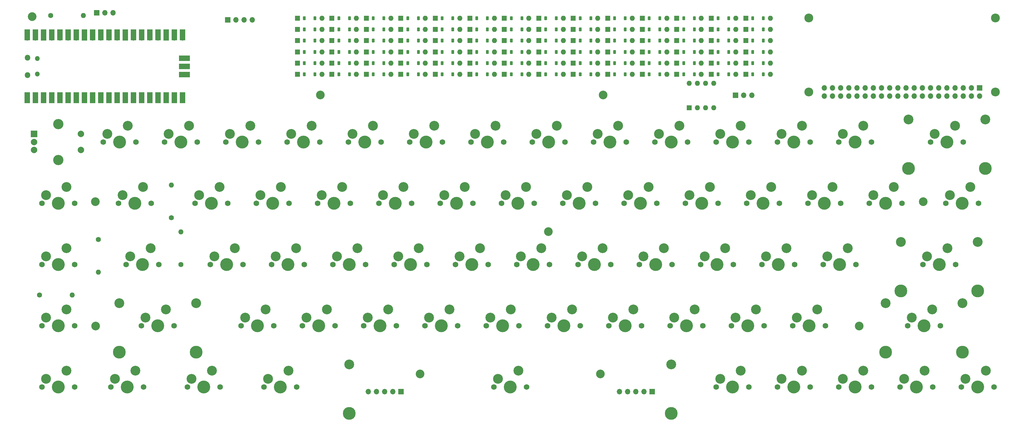
<source format=gbr>
G04 #@! TF.GenerationSoftware,KiCad,Pcbnew,7.0.8*
G04 #@! TF.CreationDate,2023-10-07T09:44:42-04:00*
G04 #@! TF.ProjectId,MainBoard,4d61696e-426f-4617-9264-2e6b69636164,rev?*
G04 #@! TF.SameCoordinates,Original*
G04 #@! TF.FileFunction,Soldermask,Top*
G04 #@! TF.FilePolarity,Negative*
%FSLAX46Y46*%
G04 Gerber Fmt 4.6, Leading zero omitted, Abs format (unit mm)*
G04 Created by KiCad (PCBNEW 7.0.8) date 2023-10-07 09:44:42*
%MOMM*%
%LPD*%
G01*
G04 APERTURE LIST*
G04 Aperture macros list*
%AMRoundRect*
0 Rectangle with rounded corners*
0 $1 Rounding radius*
0 $2 $3 $4 $5 $6 $7 $8 $9 X,Y pos of 4 corners*
0 Add a 4 corners polygon primitive as box body*
4,1,4,$2,$3,$4,$5,$6,$7,$8,$9,$2,$3,0*
0 Add four circle primitives for the rounded corners*
1,1,$1+$1,$2,$3*
1,1,$1+$1,$4,$5*
1,1,$1+$1,$6,$7*
1,1,$1+$1,$8,$9*
0 Add four rect primitives between the rounded corners*
20,1,$1+$1,$2,$3,$4,$5,0*
20,1,$1+$1,$4,$5,$6,$7,0*
20,1,$1+$1,$6,$7,$8,$9,0*
20,1,$1+$1,$8,$9,$2,$3,0*%
G04 Aperture macros list end*
%ADD10R,1.600000X1.600000*%
%ADD11RoundRect,0.225000X-0.225000X-0.375000X0.225000X-0.375000X0.225000X0.375000X-0.225000X0.375000X0*%
%ADD12O,1.600000X1.600000*%
%ADD13C,3.048000*%
%ADD14C,3.987800*%
%ADD15C,2.700000*%
%ADD16R,1.700000X1.700000*%
%ADD17O,1.700000X1.700000*%
%ADD18C,2.750000*%
%ADD19R,2.000000X2.000000*%
%ADD20C,2.000000*%
%ADD21C,3.200000*%
%ADD22O,1.800000X1.800000*%
%ADD23O,1.500000X1.500000*%
%ADD24R,1.700000X3.500000*%
%ADD25R,3.500000X1.700000*%
%ADD26C,1.750000*%
%ADD27C,3.050000*%
%ADD28C,4.000000*%
%ADD29C,1.600000*%
G04 APERTURE END LIST*
D10*
X85860000Y-18000000D03*
D11*
X88010000Y-18000000D03*
X91310000Y-18000000D03*
D12*
X93480000Y-18000000D03*
D10*
X225220000Y-28500000D03*
D11*
X227370000Y-28500000D03*
X230670000Y-28500000D03*
D12*
X232840000Y-28500000D03*
D13*
X275812000Y-42540000D03*
D14*
X275812000Y-57750000D03*
D13*
X299688000Y-42540000D03*
D14*
X299688000Y-57750000D03*
D10*
X128740000Y-14500000D03*
D11*
X130890000Y-14500000D03*
X134190000Y-14500000D03*
D12*
X136360000Y-14500000D03*
D10*
X118020000Y-28500000D03*
D11*
X120170000Y-28500000D03*
X123470000Y-28500000D03*
D12*
X125640000Y-28500000D03*
D10*
X160900000Y-11000000D03*
D11*
X163050000Y-11000000D03*
X166350000Y-11000000D03*
D12*
X168520000Y-11000000D03*
D10*
X85860000Y-14500000D03*
D11*
X88010000Y-14500000D03*
X91310000Y-14500000D03*
D12*
X93480000Y-14500000D03*
D10*
X182340000Y-18000000D03*
D11*
X184490000Y-18000000D03*
X187790000Y-18000000D03*
D12*
X189960000Y-18000000D03*
D10*
X128740000Y-21500000D03*
D11*
X130890000Y-21500000D03*
X134190000Y-21500000D03*
D12*
X136360000Y-21500000D03*
D10*
X203780000Y-18000000D03*
D11*
X205930000Y-18000000D03*
X209230000Y-18000000D03*
D12*
X211400000Y-18000000D03*
D10*
X107300000Y-28500000D03*
D11*
X109450000Y-28500000D03*
X112750000Y-28500000D03*
D12*
X114920000Y-28500000D03*
D10*
X96580000Y-14500000D03*
D11*
X98730000Y-14500000D03*
X102030000Y-14500000D03*
D12*
X104200000Y-14500000D03*
D10*
X150180000Y-28500000D03*
D11*
X152330000Y-28500000D03*
X155630000Y-28500000D03*
D12*
X157800000Y-28500000D03*
D10*
X193060000Y-11000000D03*
D11*
X195210000Y-11000000D03*
X198510000Y-11000000D03*
D12*
X200680000Y-11000000D03*
D10*
X225220000Y-21500000D03*
D11*
X227370000Y-21500000D03*
X230670000Y-21500000D03*
D12*
X232840000Y-21500000D03*
D10*
X107300000Y-11000000D03*
D11*
X109450000Y-11000000D03*
X112750000Y-11000000D03*
D12*
X114920000Y-11000000D03*
D10*
X128740000Y-11000000D03*
D11*
X130890000Y-11000000D03*
X134190000Y-11000000D03*
D12*
X136360000Y-11000000D03*
D10*
X203780000Y-14500000D03*
D11*
X205930000Y-14500000D03*
X209230000Y-14500000D03*
D12*
X211400000Y-14500000D03*
D10*
X150180000Y-11000000D03*
D11*
X152330000Y-11000000D03*
X155630000Y-11000000D03*
D12*
X157800000Y-11000000D03*
D15*
X23190200Y-106781600D03*
D10*
X160900000Y-21500000D03*
D11*
X163050000Y-21500000D03*
X166350000Y-21500000D03*
D12*
X168520000Y-21500000D03*
D10*
X203780000Y-28500000D03*
D11*
X205930000Y-28500000D03*
X209230000Y-28500000D03*
D12*
X211400000Y-28500000D03*
D10*
X118020000Y-21500000D03*
D11*
X120170000Y-21500000D03*
X123470000Y-21500000D03*
D12*
X125640000Y-21500000D03*
D10*
X171620000Y-28500000D03*
D11*
X173770000Y-28500000D03*
X177070000Y-28500000D03*
D12*
X179240000Y-28500000D03*
D10*
X193060000Y-14500000D03*
D11*
X195210000Y-14500000D03*
X198510000Y-14500000D03*
D12*
X200680000Y-14500000D03*
D10*
X203780000Y-21500000D03*
D11*
X205930000Y-21500000D03*
X209230000Y-21500000D03*
D12*
X211400000Y-21500000D03*
D16*
X64220000Y-11500000D03*
D17*
X66760000Y-11500000D03*
X69300000Y-11500000D03*
X71840000Y-11500000D03*
D10*
X150180000Y-21500000D03*
D11*
X152330000Y-21500000D03*
X155630000Y-21500000D03*
D12*
X157800000Y-21500000D03*
D10*
X214500000Y-11000000D03*
D11*
X216650000Y-11000000D03*
X219950000Y-11000000D03*
D12*
X222120000Y-11000000D03*
D10*
X182340000Y-21500000D03*
D11*
X184490000Y-21500000D03*
X187790000Y-21500000D03*
D12*
X189960000Y-21500000D03*
D10*
X214500000Y-18000000D03*
D11*
X216650000Y-18000000D03*
X219950000Y-18000000D03*
D12*
X222120000Y-18000000D03*
D16*
X222072200Y-35026600D03*
D17*
X224612200Y-35026600D03*
X227152200Y-35026600D03*
D10*
X225220000Y-14500000D03*
D11*
X227370000Y-14500000D03*
X230670000Y-14500000D03*
D12*
X232840000Y-14500000D03*
D10*
X139460000Y-18000000D03*
D11*
X141610000Y-18000000D03*
X144910000Y-18000000D03*
D12*
X147080000Y-18000000D03*
D10*
X193060000Y-28500000D03*
D11*
X195210000Y-28500000D03*
X198510000Y-28500000D03*
D12*
X200680000Y-28500000D03*
D10*
X193060000Y-21500000D03*
D11*
X195210000Y-21500000D03*
X198510000Y-21500000D03*
D12*
X200680000Y-21500000D03*
D10*
X118020000Y-11000000D03*
D11*
X120170000Y-11000000D03*
X123470000Y-11000000D03*
D12*
X125640000Y-11000000D03*
D13*
X273430750Y-80640000D03*
D14*
X273430750Y-95850000D03*
D13*
X297306750Y-80640000D03*
D14*
X297306750Y-95850000D03*
D10*
X225220000Y-25000000D03*
D11*
X227370000Y-25000000D03*
X230670000Y-25000000D03*
D12*
X232840000Y-25000000D03*
D10*
X171620000Y-18000000D03*
D11*
X173770000Y-18000000D03*
X177070000Y-18000000D03*
D12*
X179240000Y-18000000D03*
D13*
X30543250Y-99690000D03*
D14*
X30543250Y-114900000D03*
D13*
X54419250Y-99690000D03*
D14*
X54419250Y-114900000D03*
D10*
X171620000Y-21500000D03*
D11*
X173770000Y-21500000D03*
X177070000Y-21500000D03*
D12*
X179240000Y-21500000D03*
D15*
X280390600Y-68072000D03*
D10*
X107300000Y-25000000D03*
D11*
X109450000Y-25000000D03*
X112750000Y-25000000D03*
D12*
X114920000Y-25000000D03*
D10*
X182340000Y-14500000D03*
D11*
X184490000Y-14500000D03*
X187790000Y-14500000D03*
D12*
X189960000Y-14500000D03*
D15*
X163906200Y-77419200D03*
D10*
X96580000Y-28500000D03*
D11*
X98730000Y-28500000D03*
X102030000Y-28500000D03*
D12*
X104200000Y-28500000D03*
D10*
X107300000Y-21500000D03*
D11*
X109450000Y-21500000D03*
X112750000Y-21500000D03*
D12*
X114920000Y-21500000D03*
D10*
X171620000Y-25000000D03*
D11*
X173770000Y-25000000D03*
X177070000Y-25000000D03*
D12*
X179240000Y-25000000D03*
D10*
X182340000Y-11000000D03*
D11*
X184490000Y-11000000D03*
X187790000Y-11000000D03*
D12*
X189960000Y-11000000D03*
D10*
X85860000Y-21500000D03*
D11*
X88010000Y-21500000D03*
X91310000Y-21500000D03*
D12*
X93480000Y-21500000D03*
D10*
X139460000Y-21500000D03*
D11*
X141610000Y-21500000D03*
X144910000Y-21500000D03*
D12*
X147080000Y-21500000D03*
D15*
X123968750Y-121725000D03*
D13*
X268668250Y-99690000D03*
D14*
X268668250Y-114900000D03*
D13*
X292544250Y-99690000D03*
D14*
X292544250Y-114900000D03*
D18*
X302800000Y-10950000D03*
X244800000Y-10950000D03*
X302800000Y-33950000D03*
X244800000Y-33950000D03*
D16*
X297930000Y-32680000D03*
D17*
X297930000Y-35220000D03*
X295390000Y-32680000D03*
X295390000Y-35220000D03*
X292850000Y-32680000D03*
X292850000Y-35220000D03*
X290310000Y-32680000D03*
X290310000Y-35220000D03*
X287770000Y-32680000D03*
X287770000Y-35220000D03*
X285230000Y-32680000D03*
X285230000Y-35220000D03*
X282690000Y-32680000D03*
X282690000Y-35220000D03*
X280150000Y-32680000D03*
X280150000Y-35220000D03*
X277610000Y-32680000D03*
X277610000Y-35220000D03*
X275070000Y-32680000D03*
X275070000Y-35220000D03*
X272530000Y-32680000D03*
X272530000Y-35220000D03*
X269990000Y-32680000D03*
X269990000Y-35220000D03*
X267450000Y-32680000D03*
X267450000Y-35220000D03*
X264910000Y-32680000D03*
X264910000Y-35220000D03*
X262370000Y-32680000D03*
X262370000Y-35220000D03*
X259830000Y-32680000D03*
X259830000Y-35220000D03*
X257290000Y-32680000D03*
X257290000Y-35220000D03*
X254750000Y-32680000D03*
X254750000Y-35220000D03*
X252210000Y-32680000D03*
X252210000Y-35220000D03*
X249670000Y-32680000D03*
X249670000Y-35220000D03*
D15*
X180068750Y-121725000D03*
D13*
X102018750Y-118740000D03*
D14*
X102018750Y-133950000D03*
D13*
X202018750Y-118740000D03*
D14*
X202018750Y-133950000D03*
D10*
X160900000Y-28500000D03*
D11*
X163050000Y-28500000D03*
X166350000Y-28500000D03*
D12*
X168520000Y-28500000D03*
D10*
X214500000Y-25000000D03*
D11*
X216650000Y-25000000D03*
X219950000Y-25000000D03*
D12*
X222120000Y-25000000D03*
D10*
X182340000Y-28500000D03*
D11*
X184490000Y-28500000D03*
X187790000Y-28500000D03*
D12*
X189960000Y-28500000D03*
D15*
X260502400Y-106781600D03*
D10*
X128740000Y-18000000D03*
D11*
X130890000Y-18000000D03*
X134190000Y-18000000D03*
D12*
X136360000Y-18000000D03*
D10*
X214500000Y-21500000D03*
D11*
X216650000Y-21500000D03*
X219950000Y-21500000D03*
D12*
X222120000Y-21500000D03*
D10*
X85860000Y-28500000D03*
D11*
X88010000Y-28500000D03*
X91310000Y-28500000D03*
D12*
X93480000Y-28500000D03*
D15*
X180924200Y-34899600D03*
D10*
X160900000Y-18000000D03*
D11*
X163050000Y-18000000D03*
X166350000Y-18000000D03*
D12*
X168520000Y-18000000D03*
D10*
X171620000Y-11000000D03*
D11*
X173770000Y-11000000D03*
X177070000Y-11000000D03*
D12*
X179240000Y-11000000D03*
D10*
X150180000Y-18000000D03*
D11*
X152330000Y-18000000D03*
X155630000Y-18000000D03*
D12*
X157800000Y-18000000D03*
D10*
X107300000Y-18000000D03*
D11*
X109450000Y-18000000D03*
X112750000Y-18000000D03*
D12*
X114920000Y-18000000D03*
D10*
X193060000Y-25000000D03*
D11*
X195210000Y-25000000D03*
X198510000Y-25000000D03*
D12*
X200680000Y-25000000D03*
D10*
X203780000Y-25000000D03*
D11*
X205930000Y-25000000D03*
X209230000Y-25000000D03*
D12*
X211400000Y-25000000D03*
D10*
X96580000Y-11000000D03*
D11*
X98730000Y-11000000D03*
X102030000Y-11000000D03*
D12*
X104200000Y-11000000D03*
D19*
X4045000Y-47045000D03*
D20*
X4045000Y-52045000D03*
X4045000Y-49545000D03*
D21*
X11545000Y-43945000D03*
X11545000Y-55145000D03*
D20*
X18545000Y-52045000D03*
X18545000Y-47045000D03*
D10*
X139460000Y-28500000D03*
D11*
X141610000Y-28500000D03*
X144910000Y-28500000D03*
D12*
X147080000Y-28500000D03*
D15*
X23088600Y-68072000D03*
D10*
X150180000Y-25000000D03*
D11*
X152330000Y-25000000D03*
X155630000Y-25000000D03*
D12*
X157800000Y-25000000D03*
D10*
X225220000Y-11000000D03*
D11*
X227370000Y-11000000D03*
X230670000Y-11000000D03*
D12*
X232840000Y-11000000D03*
D10*
X118020000Y-25000000D03*
D11*
X120170000Y-25000000D03*
X123470000Y-25000000D03*
D12*
X125640000Y-25000000D03*
D10*
X85860000Y-11000000D03*
D11*
X88010000Y-11000000D03*
X91310000Y-11000000D03*
D12*
X93480000Y-11000000D03*
D15*
X92989400Y-34899600D03*
D10*
X128740000Y-25000000D03*
D11*
X130890000Y-25000000D03*
X134190000Y-25000000D03*
D12*
X136360000Y-25000000D03*
D10*
X203780000Y-11000000D03*
D11*
X205930000Y-11000000D03*
X209230000Y-11000000D03*
D12*
X211400000Y-11000000D03*
D10*
X96580000Y-21500000D03*
D11*
X98730000Y-21500000D03*
X102030000Y-21500000D03*
D12*
X104200000Y-21500000D03*
D10*
X150180000Y-14500000D03*
D11*
X152330000Y-14500000D03*
X155630000Y-14500000D03*
D12*
X157800000Y-14500000D03*
D10*
X118020000Y-18000000D03*
D11*
X120170000Y-18000000D03*
X123470000Y-18000000D03*
D12*
X125640000Y-18000000D03*
D10*
X207645000Y-38912800D03*
D12*
X210185000Y-38912800D03*
X212725000Y-38912800D03*
X215265000Y-38912800D03*
X215265000Y-31292800D03*
X212725000Y-31292800D03*
X210185000Y-31292800D03*
X207645000Y-31292800D03*
D10*
X225220000Y-18000000D03*
D11*
X227370000Y-18000000D03*
X230670000Y-18000000D03*
D12*
X232840000Y-18000000D03*
D10*
X96580000Y-18000000D03*
D11*
X98730000Y-18000000D03*
X102030000Y-18000000D03*
D12*
X104200000Y-18000000D03*
D10*
X193060000Y-18000000D03*
D11*
X195210000Y-18000000D03*
X198510000Y-18000000D03*
D12*
X200680000Y-18000000D03*
D22*
X2000000Y-28725000D03*
D23*
X5030000Y-28425000D03*
X5030000Y-23575000D03*
D22*
X2000000Y-23275000D03*
D17*
X1870000Y-34890000D03*
D24*
X1870000Y-35790000D03*
D17*
X4410000Y-34890000D03*
D24*
X4410000Y-35790000D03*
D16*
X6950000Y-34890000D03*
D24*
X6950000Y-35790000D03*
D17*
X9490000Y-34890000D03*
D24*
X9490000Y-35790000D03*
D17*
X12030000Y-34890000D03*
D24*
X12030000Y-35790000D03*
D17*
X14570000Y-34890000D03*
D24*
X14570000Y-35790000D03*
D17*
X17110000Y-34890000D03*
D24*
X17110000Y-35790000D03*
D16*
X19650000Y-34890000D03*
D24*
X19650000Y-35790000D03*
D17*
X22190000Y-34890000D03*
D24*
X22190000Y-35790000D03*
D17*
X24730000Y-34890000D03*
D24*
X24730000Y-35790000D03*
D17*
X27270000Y-34890000D03*
D24*
X27270000Y-35790000D03*
D17*
X29810000Y-34890000D03*
D24*
X29810000Y-35790000D03*
D16*
X32350000Y-34890000D03*
D24*
X32350000Y-35790000D03*
D17*
X34890000Y-34890000D03*
D24*
X34890000Y-35790000D03*
D17*
X37430000Y-34890000D03*
D24*
X37430000Y-35790000D03*
D17*
X39970000Y-34890000D03*
D24*
X39970000Y-35790000D03*
D17*
X42510000Y-34890000D03*
D24*
X42510000Y-35790000D03*
D16*
X45050000Y-34890000D03*
D24*
X45050000Y-35790000D03*
D17*
X47590000Y-34890000D03*
D24*
X47590000Y-35790000D03*
D17*
X50130000Y-34890000D03*
D24*
X50130000Y-35790000D03*
D17*
X50130000Y-17110000D03*
D24*
X50130000Y-16210000D03*
D17*
X47590000Y-17110000D03*
D24*
X47590000Y-16210000D03*
D16*
X45050000Y-17110000D03*
D24*
X45050000Y-16210000D03*
D17*
X42510000Y-17110000D03*
D24*
X42510000Y-16210000D03*
D17*
X39970000Y-17110000D03*
D24*
X39970000Y-16210000D03*
D17*
X37430000Y-17110000D03*
D24*
X37430000Y-16210000D03*
D17*
X34890000Y-17110000D03*
D24*
X34890000Y-16210000D03*
D16*
X32350000Y-17110000D03*
D24*
X32350000Y-16210000D03*
D17*
X29810000Y-17110000D03*
D24*
X29810000Y-16210000D03*
D17*
X27270000Y-17110000D03*
D24*
X27270000Y-16210000D03*
D17*
X24730000Y-17110000D03*
D24*
X24730000Y-16210000D03*
D17*
X22190000Y-17110000D03*
D24*
X22190000Y-16210000D03*
D16*
X19650000Y-17110000D03*
D24*
X19650000Y-16210000D03*
D17*
X17110000Y-17110000D03*
D24*
X17110000Y-16210000D03*
D17*
X14570000Y-17110000D03*
D24*
X14570000Y-16210000D03*
D17*
X12030000Y-17110000D03*
D24*
X12030000Y-16210000D03*
D17*
X9490000Y-17110000D03*
D24*
X9490000Y-16210000D03*
D16*
X6950000Y-17110000D03*
D24*
X6950000Y-16210000D03*
D17*
X4410000Y-17110000D03*
D24*
X4410000Y-16210000D03*
D17*
X1870000Y-17110000D03*
D24*
X1870000Y-16210000D03*
D17*
X49900000Y-28540000D03*
D25*
X50800000Y-28540000D03*
D16*
X49900000Y-26000000D03*
D25*
X50800000Y-26000000D03*
D17*
X49900000Y-23460000D03*
D25*
X50800000Y-23460000D03*
D10*
X107300000Y-14500000D03*
D11*
X109450000Y-14500000D03*
X112750000Y-14500000D03*
D12*
X114920000Y-14500000D03*
D10*
X85860000Y-25000000D03*
D11*
X88010000Y-25000000D03*
X91310000Y-25000000D03*
D12*
X93480000Y-25000000D03*
D10*
X139460000Y-11000000D03*
D11*
X141610000Y-11000000D03*
X144910000Y-11000000D03*
D12*
X147080000Y-11000000D03*
D10*
X214500000Y-14500000D03*
D11*
X216650000Y-14500000D03*
X219950000Y-14500000D03*
D12*
X222120000Y-14500000D03*
D15*
X3403600Y-10515600D03*
D10*
X160900000Y-25000000D03*
D11*
X163050000Y-25000000D03*
X166350000Y-25000000D03*
D12*
X168520000Y-25000000D03*
D10*
X139460000Y-25000000D03*
D11*
X141610000Y-25000000D03*
X144910000Y-25000000D03*
D12*
X147080000Y-25000000D03*
D10*
X96580000Y-25000000D03*
D11*
X98730000Y-25000000D03*
X102030000Y-25000000D03*
D12*
X104200000Y-25000000D03*
D10*
X128740000Y-28500000D03*
D11*
X130890000Y-28500000D03*
X134190000Y-28500000D03*
D12*
X136360000Y-28500000D03*
D10*
X214500000Y-28500000D03*
D11*
X216650000Y-28500000D03*
X219950000Y-28500000D03*
D12*
X222120000Y-28500000D03*
D10*
X182340000Y-25000000D03*
D11*
X184490000Y-25000000D03*
X187790000Y-25000000D03*
D12*
X189960000Y-25000000D03*
D10*
X118020000Y-14500000D03*
D11*
X120170000Y-14500000D03*
X123470000Y-14500000D03*
D12*
X125640000Y-14500000D03*
D10*
X171620000Y-14500000D03*
D11*
X173770000Y-14500000D03*
X177070000Y-14500000D03*
D12*
X179240000Y-14500000D03*
D10*
X160900000Y-14500000D03*
D11*
X163050000Y-14500000D03*
X166350000Y-14500000D03*
D12*
X168520000Y-14500000D03*
D10*
X139460000Y-14500000D03*
D11*
X141610000Y-14500000D03*
X144910000Y-14500000D03*
D12*
X147080000Y-14500000D03*
D26*
X145192500Y-87625000D03*
D27*
X142652500Y-82545000D03*
D28*
X140112500Y-87625000D03*
D27*
X136302500Y-85085000D03*
D26*
X135032500Y-87625000D03*
X102330000Y-68575000D03*
D27*
X99790000Y-63495000D03*
D28*
X97250000Y-68575000D03*
D27*
X93440000Y-66035000D03*
D26*
X92170000Y-68575000D03*
X157098750Y-125724999D03*
D27*
X154558750Y-120644999D03*
D28*
X152018750Y-125724999D03*
D27*
X148208750Y-123184999D03*
D26*
X146938750Y-125724999D03*
X183292500Y-87625000D03*
D27*
X180752500Y-82545000D03*
D28*
X178212500Y-87625000D03*
D27*
X174402500Y-85085000D03*
D26*
X173132500Y-87625000D03*
X16605000Y-106674999D03*
D27*
X14065000Y-101594999D03*
D28*
X11525000Y-106674999D03*
D27*
X7715000Y-104134999D03*
D26*
X6445000Y-106674999D03*
X221392500Y-87625000D03*
D27*
X218852500Y-82545000D03*
D28*
X216312500Y-87625000D03*
D27*
X212502500Y-85085000D03*
D26*
X211232500Y-87625000D03*
X226155000Y-49525000D03*
D27*
X223615000Y-44445000D03*
D28*
X221075000Y-49525000D03*
D27*
X217265000Y-46985000D03*
D26*
X215995000Y-49525000D03*
X140430000Y-68575000D03*
D27*
X137890000Y-63495000D03*
D28*
X135350000Y-68575000D03*
D27*
X131540000Y-66035000D03*
D26*
X130270000Y-68575000D03*
X240442500Y-87625000D03*
D27*
X237902500Y-82545000D03*
D28*
X235362500Y-87625000D03*
D27*
X231552500Y-85085000D03*
D26*
X230282500Y-87625000D03*
X197580000Y-68575000D03*
D27*
X195040000Y-63495000D03*
D28*
X192500000Y-68575000D03*
D27*
X188690000Y-66035000D03*
D26*
X187420000Y-68575000D03*
X211867500Y-106674999D03*
D27*
X209327500Y-101594999D03*
D28*
X206787500Y-106674999D03*
D27*
X202977500Y-104134999D03*
D26*
X201707500Y-106674999D03*
X83280000Y-68575000D03*
D27*
X80740000Y-63495000D03*
D28*
X78200000Y-68575000D03*
D27*
X74390000Y-66035000D03*
D26*
X73120000Y-68575000D03*
D16*
X118048750Y-127160000D03*
D17*
X115508750Y-127160000D03*
X112968750Y-127160000D03*
X110428750Y-127160000D03*
X107888750Y-127160000D03*
D26*
X121380000Y-68575000D03*
D27*
X118840000Y-63495000D03*
D28*
X116300000Y-68575000D03*
D27*
X112490000Y-66035000D03*
D26*
X111220000Y-68575000D03*
X97567500Y-106674999D03*
D27*
X95027500Y-101594999D03*
D28*
X92487500Y-106674999D03*
D27*
X88677500Y-104134999D03*
D26*
X87407500Y-106674999D03*
X264255000Y-49525000D03*
D27*
X261715000Y-44445000D03*
D28*
X259175000Y-49525000D03*
D27*
X255365000Y-46985000D03*
D26*
X254095000Y-49525000D03*
X273780000Y-68575000D03*
D27*
X271240000Y-63495000D03*
D28*
X268700000Y-68575000D03*
D27*
X264890000Y-66035000D03*
D26*
X263620000Y-68575000D03*
X290448750Y-87625000D03*
D27*
X287908750Y-82545000D03*
D28*
X285368750Y-87625000D03*
D27*
X281558750Y-85085000D03*
D26*
X280288750Y-87625000D03*
X85661250Y-125724999D03*
D27*
X83121250Y-120644999D03*
D28*
X80581250Y-125724999D03*
D27*
X76771250Y-123184999D03*
D26*
X75501250Y-125724999D03*
X226155000Y-125724999D03*
D27*
X223615000Y-120644999D03*
D28*
X221075000Y-125724999D03*
D27*
X217265000Y-123184999D03*
D26*
X215995000Y-125724999D03*
X61848750Y-125724999D03*
D27*
X59308750Y-120644999D03*
D28*
X56768750Y-125724999D03*
D27*
X52958750Y-123184999D03*
D26*
X51688750Y-125724999D03*
X35655000Y-49525000D03*
D27*
X33115000Y-44445000D03*
D28*
X30575000Y-49525000D03*
D27*
X26765000Y-46985000D03*
D26*
X25495000Y-49525000D03*
X264255000Y-125724999D03*
D27*
X261715000Y-120644999D03*
D28*
X259175000Y-125724999D03*
D27*
X255365000Y-123184999D03*
D26*
X254095000Y-125724999D03*
X42798750Y-87625000D03*
D27*
X40258750Y-82545000D03*
D28*
X37718750Y-87625000D03*
D27*
X33908750Y-85085000D03*
D26*
X32638750Y-87625000D03*
X259492500Y-87625000D03*
D27*
X256952500Y-82545000D03*
D28*
X254412500Y-87625000D03*
D27*
X250602500Y-85085000D03*
D26*
X249332500Y-87625000D03*
X283305000Y-125724999D03*
D27*
X280765000Y-120644999D03*
D28*
X278225000Y-125724999D03*
D27*
X274415000Y-123184999D03*
D26*
X273145000Y-125724999D03*
D29*
X49657000Y-87675000D03*
D12*
X49657000Y-77515000D03*
D26*
X38036249Y-125724999D03*
D27*
X35496249Y-120644999D03*
D28*
X32956249Y-125724999D03*
D27*
X29146249Y-123184999D03*
D26*
X27876249Y-125724999D03*
X173767500Y-106674999D03*
D27*
X171227500Y-101594999D03*
D28*
X168687500Y-106674999D03*
D27*
X164877500Y-104134999D03*
D26*
X163607500Y-106674999D03*
X130904999Y-49525000D03*
D27*
X128364999Y-44445000D03*
D28*
X125824999Y-49525000D03*
D27*
X122014999Y-46985000D03*
D26*
X120744999Y-49525000D03*
X135667500Y-106674999D03*
D27*
X133127500Y-101594999D03*
D28*
X130587500Y-106674999D03*
D27*
X126777500Y-104134999D03*
D26*
X125507500Y-106674999D03*
X245205000Y-49525000D03*
D27*
X242665000Y-44445000D03*
D28*
X240125000Y-49525000D03*
D27*
X236315000Y-46985000D03*
D26*
X235045000Y-49525000D03*
X64230000Y-68575000D03*
D27*
X61690000Y-63495000D03*
D28*
X59150000Y-68575000D03*
D27*
X55340000Y-66035000D03*
D26*
X54070000Y-68575000D03*
X54705000Y-49525000D03*
D27*
X52165000Y-44445000D03*
D28*
X49625000Y-49525000D03*
D27*
X45815000Y-46985000D03*
D26*
X44545000Y-49525000D03*
D16*
X196148750Y-127160000D03*
D17*
X193608750Y-127160000D03*
X191068750Y-127160000D03*
X188528750Y-127160000D03*
X185988750Y-127160000D03*
D26*
X188055000Y-49525000D03*
D27*
X185515000Y-44445000D03*
D28*
X182975000Y-49525000D03*
D27*
X179165000Y-46985000D03*
D26*
X177895000Y-49525000D03*
X249967500Y-106674999D03*
D27*
X247427500Y-101594999D03*
D28*
X244887500Y-106674999D03*
D27*
X241077500Y-104134999D03*
D26*
X239807500Y-106674999D03*
X285686250Y-106674999D03*
D27*
X283146250Y-101594999D03*
D28*
X280606250Y-106674999D03*
D27*
X276796250Y-104134999D03*
D26*
X275526250Y-106674999D03*
D29*
X5675000Y-97175000D03*
D12*
X15835000Y-97175000D03*
D29*
X24000000Y-79865000D03*
D12*
X24000000Y-90025000D03*
D26*
X16605000Y-125724999D03*
D27*
X14065000Y-120644999D03*
D28*
X11525000Y-125724999D03*
D27*
X7715000Y-123184999D03*
D26*
X6445000Y-125724999D03*
X16605000Y-87625000D03*
D27*
X14065000Y-82545000D03*
D28*
X11525000Y-87625000D03*
D27*
X7715000Y-85085000D03*
D26*
X6445000Y-87625000D03*
X230917500Y-106674999D03*
D27*
X228377500Y-101594999D03*
D28*
X225837500Y-106674999D03*
D27*
X222027500Y-104134999D03*
D26*
X220757500Y-106674999D03*
D29*
X9182500Y-10200000D03*
D12*
X19342500Y-10200000D03*
D26*
X169005000Y-49525000D03*
D27*
X166465000Y-44445000D03*
D28*
X163925000Y-49525000D03*
D27*
X160115000Y-46985000D03*
D26*
X158845000Y-49525000D03*
X297592500Y-68575000D03*
D27*
X295052500Y-63495000D03*
D28*
X292512500Y-68575000D03*
D27*
X288702500Y-66035000D03*
D26*
X287432500Y-68575000D03*
X107092500Y-87625000D03*
D27*
X104552500Y-82545000D03*
D28*
X102012500Y-87625000D03*
D27*
X98202500Y-85085000D03*
D26*
X96932500Y-87625000D03*
X202342500Y-87625000D03*
D27*
X199802500Y-82545000D03*
D28*
X197262500Y-87625000D03*
D27*
X193452500Y-85085000D03*
D26*
X192182500Y-87625000D03*
D29*
X46725000Y-73130000D03*
D12*
X46725000Y-62970000D03*
D26*
X245205000Y-125724999D03*
D27*
X242665000Y-120644999D03*
D28*
X240125000Y-125724999D03*
D27*
X236315000Y-123184999D03*
D26*
X235045000Y-125724999D03*
X16605000Y-68575000D03*
D27*
X14065000Y-63495000D03*
D28*
X11525000Y-68575000D03*
D27*
X7715000Y-66035000D03*
D26*
X6445000Y-68575000D03*
X178530000Y-68575000D03*
D27*
X175990000Y-63495000D03*
D28*
X173450000Y-68575000D03*
D27*
X169640000Y-66035000D03*
D26*
X168370000Y-68575000D03*
X302355000Y-125724999D03*
D27*
X299815000Y-120644999D03*
D28*
X297275000Y-125724999D03*
D27*
X293465000Y-123184999D03*
D26*
X292195000Y-125724999D03*
X292830000Y-49525000D03*
D27*
X290290000Y-44445000D03*
D28*
X287750000Y-49525000D03*
D27*
X283940000Y-46985000D03*
D26*
X282670000Y-49525000D03*
X254730000Y-68575000D03*
D27*
X252190000Y-63495000D03*
D28*
X249650000Y-68575000D03*
D27*
X245840000Y-66035000D03*
D26*
X244570000Y-68575000D03*
D16*
X23520400Y-9347200D03*
D17*
X26060400Y-9347200D03*
X28600400Y-9347200D03*
D26*
X68992500Y-87625000D03*
D27*
X66452500Y-82545000D03*
D28*
X63912500Y-87625000D03*
D27*
X60102500Y-85085000D03*
D26*
X58832500Y-87625000D03*
X88042500Y-87625000D03*
D27*
X85502500Y-82545000D03*
D28*
X82962500Y-87625000D03*
D27*
X79152500Y-85085000D03*
D26*
X77882500Y-87625000D03*
X159480000Y-68575000D03*
D27*
X156940000Y-63495000D03*
D28*
X154400000Y-68575000D03*
D27*
X150590000Y-66035000D03*
D26*
X149320000Y-68575000D03*
X73755000Y-49525000D03*
D27*
X71215000Y-44445000D03*
D28*
X68675000Y-49525000D03*
D27*
X64865000Y-46985000D03*
D26*
X63595000Y-49525000D03*
X92805000Y-49525000D03*
D27*
X90265000Y-44445000D03*
D28*
X87725000Y-49525000D03*
D27*
X83915000Y-46985000D03*
D26*
X82645000Y-49525000D03*
X40417500Y-68575000D03*
D27*
X37877500Y-63495000D03*
D28*
X35337500Y-68575000D03*
D27*
X31527500Y-66035000D03*
D26*
X30257500Y-68575000D03*
X111854999Y-49525000D03*
D27*
X109314999Y-44445000D03*
D28*
X106774999Y-49525000D03*
D27*
X102964999Y-46985000D03*
D26*
X101694999Y-49525000D03*
X207105000Y-49525000D03*
D27*
X204565000Y-44445000D03*
D28*
X202025000Y-49525000D03*
D27*
X198215000Y-46985000D03*
D26*
X196945000Y-49525000D03*
X78517500Y-106674999D03*
D27*
X75977500Y-101594999D03*
D28*
X73437500Y-106674999D03*
D27*
X69627500Y-104134999D03*
D26*
X68357500Y-106674999D03*
X47561250Y-106674999D03*
D27*
X45021250Y-101594999D03*
D28*
X42481250Y-106674999D03*
D27*
X38671250Y-104134999D03*
D26*
X37401250Y-106674999D03*
X126142500Y-87625000D03*
D27*
X123602500Y-82545000D03*
D28*
X121062500Y-87625000D03*
D27*
X117252500Y-85085000D03*
D26*
X115982500Y-87625000D03*
X235680000Y-68575000D03*
D27*
X233140000Y-63495000D03*
D28*
X230600000Y-68575000D03*
D27*
X226790000Y-66035000D03*
D26*
X225520000Y-68575000D03*
X149955000Y-49525000D03*
D27*
X147415000Y-44445000D03*
D28*
X144875000Y-49525000D03*
D27*
X141065000Y-46985000D03*
D26*
X139795000Y-49525000D03*
X116617500Y-106674999D03*
D27*
X114077500Y-101594999D03*
D28*
X111537500Y-106674999D03*
D27*
X107727500Y-104134999D03*
D26*
X106457500Y-106674999D03*
X216630000Y-68575000D03*
D27*
X214090000Y-63495000D03*
D28*
X211550000Y-68575000D03*
D27*
X207740000Y-66035000D03*
D26*
X206470000Y-68575000D03*
X192817500Y-106674999D03*
D27*
X190277500Y-101594999D03*
D28*
X187737500Y-106674999D03*
D27*
X183927500Y-104134999D03*
D26*
X182657500Y-106674999D03*
X154717500Y-106674999D03*
D27*
X152177500Y-101594999D03*
D28*
X149637500Y-106674999D03*
D27*
X145827500Y-104134999D03*
D26*
X144557500Y-106674999D03*
X164242500Y-87625000D03*
D27*
X161702500Y-82545000D03*
D28*
X159162500Y-87625000D03*
D27*
X155352500Y-85085000D03*
D26*
X154082500Y-87625000D03*
M02*

</source>
